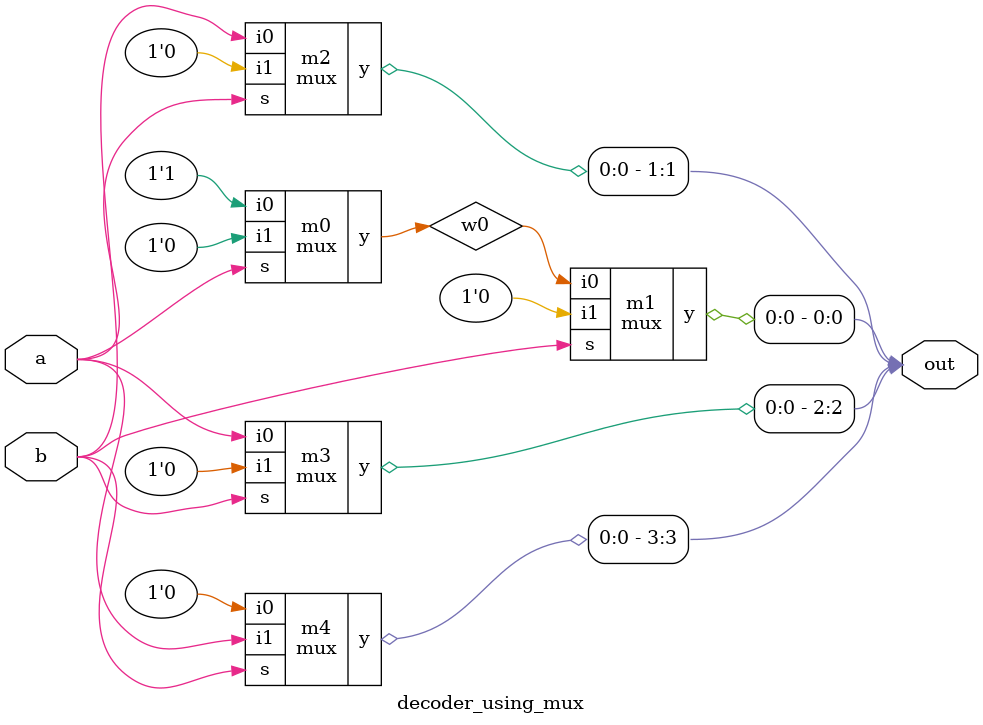
<source format=v>
module mux(input i0,i1,input s,output y);
  assign y=(~s&i0)|(s&i1);
endmodule
module decoder_using_mux(input a,b,output [3:0]out);
  wire w0;
  mux m0(.i0(1),.i1(0),.s(a),.y(w0));       //Not gate
  mux m1(.i0(w0),.i1(0),.s(b),.y(out[0]));  //(~a)&(~b)
  mux m2(.i0(b),.i1(0),.s(a),.y(out[1]));   //(~a)&b
  mux m3(.i0(a),.i1(0),.s(b),.y(out[2]));   //a&(~b)
  mux m4(.i0(0),.i1(a),.s(b),.y(out[3]));   //a&b
endmodule

</source>
